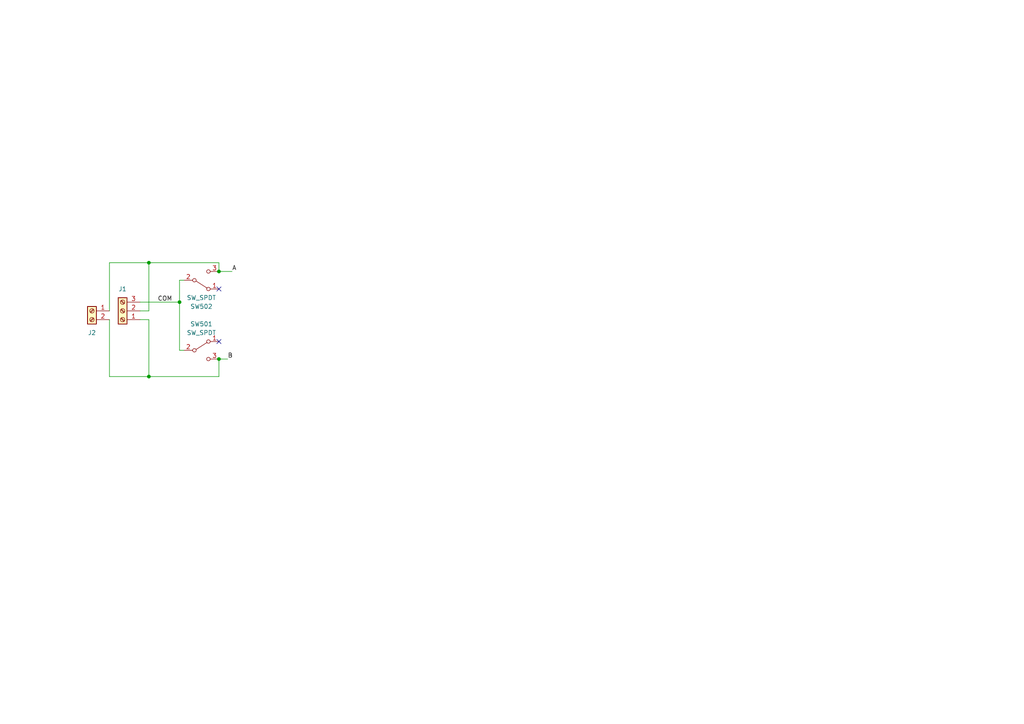
<source format=kicad_sch>
(kicad_sch (version 20230121) (generator eeschema)
  (paper "A4")
  (lib_symbols
    (symbol "Connector:Screw_Terminal_01x02" (pin_names (offset 1.016) hide)
      (property "Reference" "J" (at 0 2.54 0))
      (property "Value" "Screw_Terminal_01x02" (at 0 -5.08 0))
      (symbol "Screw_Terminal_01x02_1_1"
        (rectangle (start -1.27 1.27) (end 1.27 -3.81) (stroke (width 0.254)) (fill (type background)))
        (circle (center 0 -2.54) (radius 0.635) (stroke (width 0.1524)))
        (polyline (pts (xy -0.5334 -2.2098) (xy 0.3302 -3.048)) (stroke (width 0.1524)))
        (polyline (pts (xy -0.5334 0.3302) (xy 0.3302 -0.508)) (stroke (width 0.1524)))
        (polyline (pts (xy -0.3556 -2.032) (xy 0.508 -2.8702)) (stroke (width 0.1524)))
        (polyline (pts (xy -0.3556 0.508) (xy 0.508 -0.3302)) (stroke (width 0.1524)))
        (circle (center 0 0) (radius 0.635) (stroke (width 0.1524)))
        (pin passive line (at -5.08 0 0) (length 3.81) (name "Pin_1") (number "1"))
        (pin passive line (at -5.08 -2.54 0) (length 3.81) (name "Pin_2") (number "2"))
      )
    )
    (symbol "Connector:Screw_Terminal_01x03" (pin_names (offset 1.016) hide)
      (property "Reference" "J" (at 0 5.08 0))
      (property "Value" "Screw_Terminal_01x03" (at 0 -5.08 0))
      (symbol "Screw_Terminal_01x03_1_1"
        (rectangle (start -1.27 3.81) (end 1.27 -3.81) (stroke (width 0.254)) (fill (type background)))
        (circle (center 0 -2.54) (radius 0.635) (stroke (width 0.1524)))
        (polyline (pts (xy -0.5334 -2.2098) (xy 0.3302 -3.048)) (stroke (width 0.1524)))
        (polyline (pts (xy -0.5334 0.3302) (xy 0.3302 -0.508)) (stroke (width 0.1524)))
        (polyline (pts (xy -0.5334 2.8702) (xy 0.3302 2.032)) (stroke (width 0.1524)))
        (polyline (pts (xy -0.3556 -2.032) (xy 0.508 -2.8702)) (stroke (width 0.1524)))
        (polyline (pts (xy -0.3556 0.508) (xy 0.508 -0.3302)) (stroke (width 0.1524)))
        (polyline (pts (xy -0.3556 3.048) (xy 0.508 2.2098)) (stroke (width 0.1524)))
        (circle (center 0 0) (radius 0.635) (stroke (width 0.1524)))
        (circle (center 0 2.54) (radius 0.635) (stroke (width 0.1524)))
        (pin passive line (at -5.08 2.54 0) (length 3.81) (name "Pin_1") (number "1"))
        (pin passive line (at -5.08 0 0) (length 3.81) (name "Pin_2") (number "2"))
        (pin passive line (at -5.08 -2.54 0) (length 3.81) (name "Pin_3") (number "3"))
      )
    )
    (symbol "Switch:SW_SPDT" (pin_names (offset 0) hide)
      (property "Reference" "SW" (at 0 4.318 0))
      (property "Value" "SW_SPDT" (at 0 -5.08 0))
      (symbol "SW_SPDT_0_0"
        (circle (center -2.032 0) (radius 0.508))
        (circle (center 2.032 -2.54) (radius 0.508))
      )
      (symbol "SW_SPDT_0_1"
        (polyline (pts (xy -1.524 0.254) (xy 1.651 2.286)))
        (circle (center 2.032 2.54) (radius 0.508))
      )
      (symbol "SW_SPDT_1_1"
        (pin passive line (at 5.08 2.54 180) (length 2.54) (name "A") (number "1"))
        (pin passive line (at -5.08 0 0) (length 2.54) (name "B") (number "2"))
        (pin passive line (at 5.08 -2.54 180) (length 2.54) (name "C") (number "3"))
      )
    )
  )
  (junction (at 43.18 76.2))
  (junction (at 63.5 104.14))
  (junction (at 43.18 109.22))
  (junction (at 52.07 87.63))
  (junction (at 63.5 78.74))
  (no_connect (at 63.5 83.82))
  (no_connect (at 63.5 99.06))
  (wire (pts (xy 31.75 109.22) (xy 43.18 109.22)))
  (wire (pts (xy 40.64 90.17) (xy 43.18 90.17)))
  (wire (pts (xy 52.07 81.28) (xy 53.34 81.28)))
  (wire (pts (xy 43.18 92.71) (xy 43.18 109.22)))
  (wire (pts (xy 63.5 76.2) (xy 63.5 78.74)))
  (wire (pts (xy 43.18 76.2) (xy 63.5 76.2)))
  (wire (pts (xy 31.75 76.2) (xy 43.18 76.2)))
  (wire (pts (xy 63.5 78.74) (xy 67.31 78.74)))
  (wire (pts (xy 31.75 90.17) (xy 31.75 76.2)))
  (wire (pts (xy 63.5 104.14) (xy 66.04 104.14)))
  (wire (pts (xy 52.07 87.63) (xy 52.07 101.6)))
  (wire (pts (xy 43.18 90.17) (xy 43.18 76.2)))
  (wire (pts (xy 40.64 92.71) (xy 43.18 92.71)))
  (wire (pts (xy 53.34 101.6) (xy 52.07 101.6)))
  (wire (pts (xy 63.5 109.22) (xy 63.5 104.14)))
  (wire (pts (xy 31.75 92.71) (xy 31.75 109.22)))
  (wire (pts (xy 40.64 87.63) (xy 52.07 87.63)))
  (wire (pts (xy 52.07 81.28) (xy 52.07 87.63)))
  (wire (pts (xy 43.18 109.22) (xy 63.5 109.22)))
  (label "COM" (at 45.72 87.63 0))
  (label "B" (at 66.04 104.14 0))
  (label "A" (at 67.31 78.74 0))
  (symbol (lib_id "Switch:SW_SPDT") (at 58.42 101.6 0) (unit 1)
    (property "Reference" "SW501" (at 58.42 93.98 0))
    (property "Value" "SW_SPDT" (at 58.42 96.52 0))
    (property "Footprint" "custom_kicad_lib_sk:limitSwitch" (effects hide))
  )
  (symbol (lib_id "Connector:Screw_Terminal_01x02") (at 26.67 90.17 0) (mirror y) (unit 1)
    (property "Reference" "J2" (at 26.67 96.52 0))
    (property "Value" "Screw_Terminal_01x02" (effects hide))
    (property "Footprint" "Connector_Phoenix_MC:PhoenixContact_MC_1,5_2-G-3.5_1x02_P3.50mm_Horizontal" (effects hide))
  )
  (symbol (lib_id "Switch:SW_SPDT") (at 58.42 81.28 0) (mirror x) (unit 1)
    (property "Reference" "SW502" (at 58.42 88.9 0))
    (property "Value" "SW_SPDT" (at 58.42 86.36 0))
    (property "Footprint" "custom_kicad_lib_sk:limitSwitch" (effects hide))
  )
  (symbol (lib_id "Connector:Screw_Terminal_01x03") (at 35.56 90.17 180) (unit 1)
    (property "Reference" "J1" (at 35.56 83.82 0))
    (property "Value" "Screw_Terminal_01x03" (effects hide))
    (property "Footprint" "Connector_Phoenix_MC:PhoenixContact_MC_1,5_3-G-3.5_1x03_P3.50mm_Horizontal" (effects hide))
  )
)
</source>
